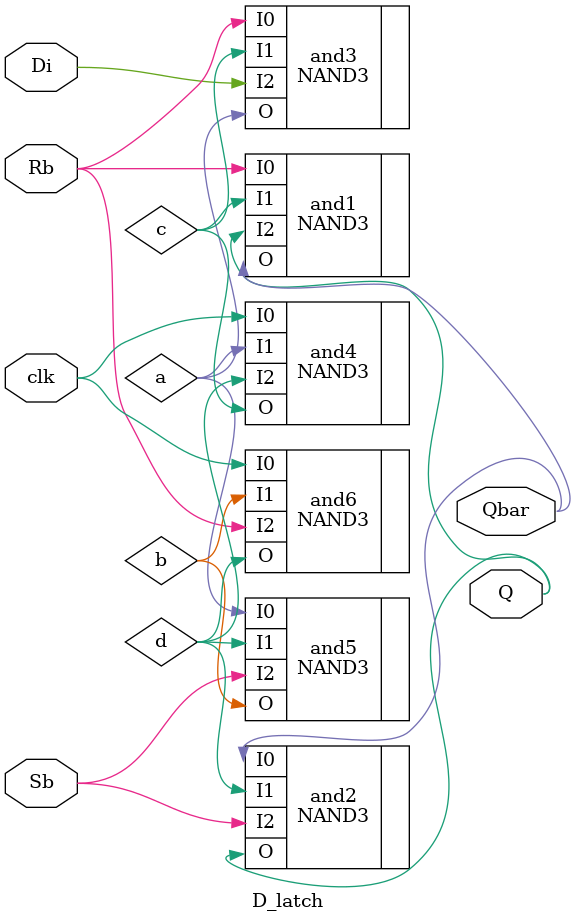
<source format=v>
`timescale 1ns / 1ps
module D_latch(
			input clk,
			input Di,
			input Rb,
			input Sb,
			output Q,
			output Qbar
    );

	wire a, b, c, d;

	NAND3	and1(.I0(Rb), .I1(c), .I2(Q), .O(Qbar) ),
			and2(.I0(Qbar), .I1(d), .I2(Sb), .O(Q) );
	NAND3	and3(.I0(Rb), .I1(c), .I2(Di), .O(a) ),
			and4(.I0(clk), .I1(a), .I2(d), .O(c) );	
	NAND3	and5(.I0(a), .I1(d), .I2(Sb), .O(b) ),
			and6(.I0(clk), .I1(b), .I2(Rb), .O(d) );	
			
endmodule

</source>
